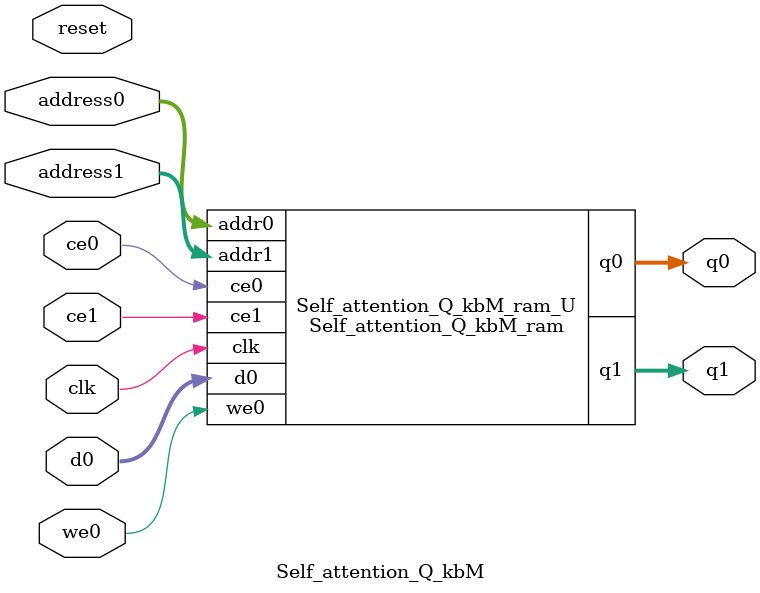
<source format=v>
`timescale 1 ns / 1 ps
module Self_attention_Q_kbM_ram (addr0, ce0, d0, we0, q0, addr1, ce1, q1,  clk);

parameter DWIDTH = 24;
parameter AWIDTH = 10;
parameter MEM_SIZE = 768;

input[AWIDTH-1:0] addr0;
input ce0;
input[DWIDTH-1:0] d0;
input we0;
output reg[DWIDTH-1:0] q0;
input[AWIDTH-1:0] addr1;
input ce1;
output reg[DWIDTH-1:0] q1;
input clk;

(* ram_style = "block" *)reg [DWIDTH-1:0] ram[0:MEM_SIZE-1];




always @(posedge clk)  
begin 
    if (ce0) begin
        if (we0) 
            ram[addr0] <= d0; 
        q0 <= ram[addr0];
    end
end


always @(posedge clk)  
begin 
    if (ce1) begin
        q1 <= ram[addr1];
    end
end


endmodule

`timescale 1 ns / 1 ps
module Self_attention_Q_kbM(
    reset,
    clk,
    address0,
    ce0,
    we0,
    d0,
    q0,
    address1,
    ce1,
    q1);

parameter DataWidth = 32'd24;
parameter AddressRange = 32'd768;
parameter AddressWidth = 32'd10;
input reset;
input clk;
input[AddressWidth - 1:0] address0;
input ce0;
input we0;
input[DataWidth - 1:0] d0;
output[DataWidth - 1:0] q0;
input[AddressWidth - 1:0] address1;
input ce1;
output[DataWidth - 1:0] q1;



Self_attention_Q_kbM_ram Self_attention_Q_kbM_ram_U(
    .clk( clk ),
    .addr0( address0 ),
    .ce0( ce0 ),
    .we0( we0 ),
    .d0( d0 ),
    .q0( q0 ),
    .addr1( address1 ),
    .ce1( ce1 ),
    .q1( q1 ));

endmodule


</source>
